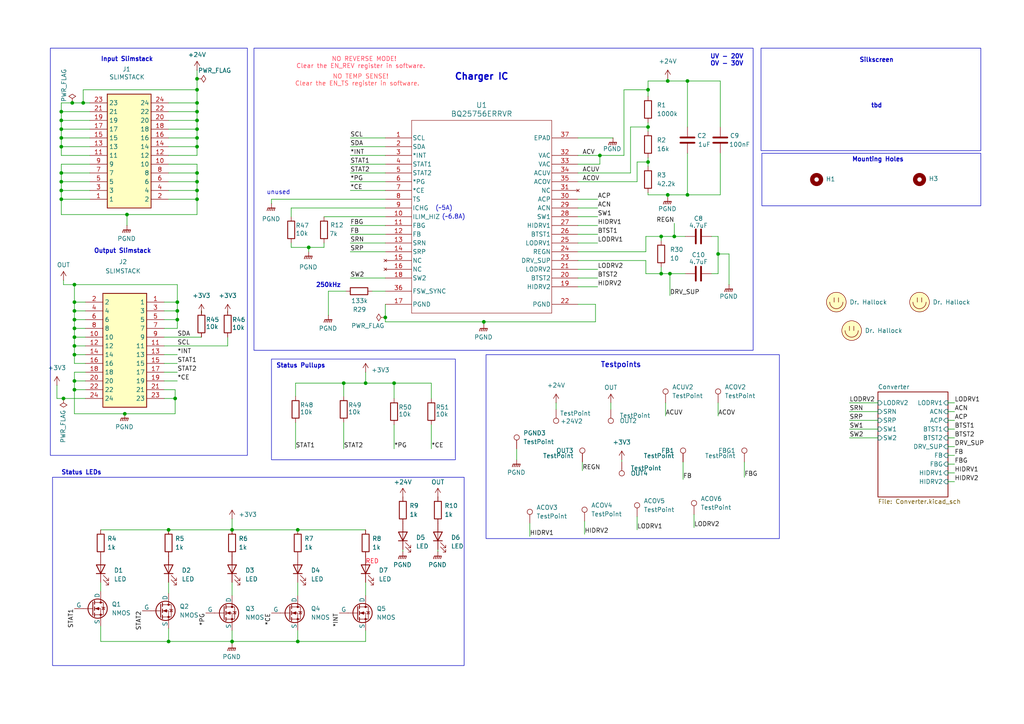
<source format=kicad_sch>
(kicad_sch (version 20250114) (generator "eeschema") (generator_version "9.0")
  (paper "A4")
  (title_block (title "Supp Charger"))
  (rectangle (start 78.74 104.14) (end 132.08 133.35))
  (rectangle (start 220.726 13.97) (end 284.48 43.688))
  (rectangle (start 14.605 13.97) (end 71.755 132.08))
  (rectangle (start 220.98 44.45) (end 284.48 59.69))
  (rectangle (start 73.66 13.97) (end 218.44 101.6))
  (rectangle (start 15.24 138.43) (end 134.62 193.04))
  (rectangle (start 140.97 102.87) (end 226.06 156.21))
  (text "Testpoints" (at 180.086 105.918 0) (effects (font (size 1.524 1.524) (thickness 0.254) (bold yes))))
  (text "(~6.8A)" (at 131.572 62.992 0) (effects (font (size 1.27 1.27))))
  (text "250kHz" (at 95.25 82.804 0) (effects (font (size 1.27 1.27) (thickness 0.254) (bold yes))))
  (text "Mounting Holes" (at 254.635 46.355 0) (effects (font (size 1.27 1.27) (thickness 0.254) (bold yes))))
  (text "RED" (at 107.95 162.941 0) (effects (font (size 1.27 1.27))))
  (text "Status LEDs" (at 23.622 137.16 0) (effects (font (size 1.27 1.27) (thickness 0.254) (bold yes))))
  (text "Status Pullups\n" (at 87.249 106.172 0) (effects (font (size 1.27 1.27) (thickness 0.254) (bold yes))))
  (text "Charger IC" (at 139.7 22.352 0) (effects (font (size 1.905 1.905) (thickness 0.381) (bold yes))))
  (text "unused" (at 80.772 55.88 0) (effects (font (size 1.27 1.27))))
  (text "tbd" (at 254.254 30.734 0) (effects (font (size 1.27 1.27) (thickness 0.254) (bold yes))))
  (text "UV - 20V\nOV - 30V\n" (at 210.82 17.526 0) (effects (font (size 1.27 1.27) (thickness 0.254) (bold yes))))
  (text "Output Slimstack" (at 35.56 72.898 0) (effects (font (size 1.27 1.27) (thickness 0.254) (bold yes))))
  (text "  NO REVERSE MODE!\nClear the EN_REV register in software." (at 104.648 18.288 0) (effects (font (size 1.27 1.27) (thickness 0.1588))))
  (text "Input Slimstack\n" (at 36.83 17.272 0) (effects (font (size 1.27 1.27) (thickness 0.254) (bold yes))))
  (text "(~5A)" (at 128.778 60.452 0) (effects (font (size 1.27 1.27))))
  (text "Silkscreen\n" (at 254.254 17.526 0) (effects (font (size 1.27 1.27) (thickness 0.254) (bold yes))))
  (text "  NO TEMP SENSE!\nClear the EN_TS register in software." (at 103.632 23.368 0) (effects (font (size 1.27 1.27) (thickness 0.1588))))
  (junction (at 17.78 50.165))
  (junction (at 57.15 40.005))
  (junction (at 199.39 56.515))
  (junction (at 18.415 115.57))
  (junction (at 57.15 29.845))
  (junction (at 17.78 34.925))
  (junction (at 140.335 93.345))
  (junction (at 111.76 92.075))
  (junction (at 114.3 111.125))
  (junction (at 195.58 68.58))
  (junction (at 17.78 52.705))
  (junction (at 51.435 90.17))
  (junction (at 57.15 22.86))
  (junction (at 57.15 32.385))
  (junction (at 17.78 55.245))
  (junction (at 89.535 71.755))
  (junction (at 187.96 26.035))
  (junction (at 187.96 46.99))
  (junction (at 50.8 115.57))
  (junction (at 21.59 97.79))
  (junction (at 173.99 45.085))
  (junction (at 57.15 37.465))
  (junction (at 21.59 87.63))
  (junction (at 57.15 26.035))
  (junction (at 17.78 42.545))
  (junction (at 191.77 79.375))
  (junction (at 57.15 52.705))
  (junction (at 187.96 36.83))
  (junction (at 21.59 102.87))
  (junction (at 48.895 186.055))
  (junction (at 24.13 29.845))
  (junction (at 57.15 55.245))
  (junction (at 199.39 23.495))
  (junction (at 193.675 56.515))
  (junction (at 194.31 79.375))
  (junction (at 21.59 82.55))
  (junction (at 17.78 57.785))
  (junction (at 193.675 23.495))
  (junction (at 36.83 62.23))
  (junction (at 86.36 186.055))
  (junction (at 36.195 120.015))
  (junction (at 17.78 40.005))
  (junction (at 17.78 37.465))
  (junction (at 21.59 100.33))
  (junction (at 51.435 87.63))
  (junction (at 21.59 90.17))
  (junction (at 21.59 110.49))
  (junction (at 17.78 32.385))
  (junction (at 57.15 57.785))
  (junction (at 20.955 29.845))
  (junction (at 57.15 34.925))
  (junction (at 86.36 153.67))
  (junction (at 99.695 111.125))
  (junction (at 57.15 50.165))
  (junction (at 67.31 186.055))
  (junction (at 48.895 153.67))
  (junction (at 191.77 68.58))
  (junction (at 106.045 111.125))
  (junction (at 21.59 113.03))
  (junction (at 51.435 92.71))
  (junction (at 21.59 95.25))
  (junction (at 57.15 42.545))
  (junction (at 208.28 73.66))
  (junction (at 21.59 92.71))
  (junction (at 67.31 153.67))
  (wire (pts (xy 21.59 90.17) (xy 21.59 87.63)))
  (wire (pts (xy 18.415 82.55) (xy 21.59 82.55)))
  (wire (pts (xy 208.915 23.495) (xy 199.39 23.495)))
  (wire (pts (xy 274.955 116.84) (xy 276.86 116.84)))
  (wire (pts (xy 85.725 114.935) (xy 85.725 111.125)))
  (wire (pts (xy 167.64 52.705) (xy 184.785 52.705)))
  (wire (pts (xy 184.785 149.86) (xy 184.785 153.67)))
  (wire (pts (xy 57.15 29.845) (xy 57.15 32.385)))
  (wire (pts (xy 167.64 67.945) (xy 173.355 67.945)))
  (wire (pts (xy 101.6 70.485) (xy 111.76 70.485)))
  (wire (pts (xy 51.435 92.71) (xy 51.435 95.25)))
  (wire (pts (xy 57.15 52.705) (xy 57.15 55.245)))
  (wire (pts (xy 114.3 123.19) (xy 114.3 130.175)))
  (wire (pts (xy 24.13 29.845) (xy 24.13 26.035)))
  (wire (pts (xy 21.59 110.49) (xy 21.59 113.03)))
  (wire (pts (xy 167.64 73.025) (xy 187.325 73.025)))
  (wire (pts (xy 57.15 62.23) (xy 57.15 57.785)))
  (wire (pts (xy 57.15 47.625) (xy 57.15 50.165)))
  (wire (pts (xy 66.04 90.805) (xy 66.04 90.17)))
  (wire (pts (xy 66.04 97.79) (xy 66.04 100.33)))
  (wire (pts (xy 191.77 79.375) (xy 194.31 79.375)))
  (wire (pts (xy 211.455 82.55) (xy 211.455 73.66)))
  (wire (pts (xy 26.035 34.925) (xy 17.78 34.925)))
  (wire (pts (xy 86.36 153.67) (xy 106.045 153.67)))
  (wire (pts (xy 167.64 75.565) (xy 187.325 75.565)))
  (wire (pts (xy 24.13 26.035) (xy 57.15 26.035)))
  (wire (pts (xy 187.325 68.58) (xy 191.77 68.58)))
  (wire (pts (xy 86.36 168.91) (xy 86.36 172.72)))
  (wire (pts (xy 21.59 95.25) (xy 21.59 97.79)))
  (wire (pts (xy 274.955 119.38) (xy 276.86 119.38)))
  (wire (pts (xy 17.78 52.705) (xy 17.78 50.165)))
  (wire (pts (xy 36.83 62.23) (xy 57.15 62.23)))
  (wire (pts (xy 187.96 23.495) (xy 193.675 23.495)))
  (wire (pts (xy 21.59 90.17) (xy 24.765 90.17)))
  (wire (pts (xy 99.695 111.125) (xy 99.695 114.935)))
  (wire (pts (xy 67.31 182.88) (xy 67.31 186.055)))
  (wire (pts (xy 114.3 111.125) (xy 114.3 115.57)))
  (wire (pts (xy 184.785 52.705) (xy 184.785 46.99)))
  (wire (pts (xy 215.9 133.985) (xy 215.9 138.43)))
  (wire (pts (xy 36.83 65.405) (xy 36.83 62.23)))
  (wire (pts (xy 149.86 130.175) (xy 149.86 133.35)))
  (wire (pts (xy 21.59 97.79) (xy 24.765 97.79)))
  (wire (pts (xy 206.375 68.58) (xy 208.28 68.58)))
  (wire (pts (xy 187.96 26.035) (xy 187.96 23.495)))
  (wire (pts (xy 101.6 47.625) (xy 111.76 47.625)))
  (wire (pts (xy 111.76 88.265) (xy 111.76 92.075)))
  (wire (pts (xy 274.955 134.62) (xy 276.86 134.62)))
  (wire (pts (xy 16.51 111.76) (xy 16.51 115.57)))
  (wire (pts (xy 84.455 71.755) (xy 89.535 71.755)))
  (wire (pts (xy 29.21 153.67) (xy 48.895 153.67)))
  (wire (pts (xy 246.38 121.92) (xy 254.635 121.92)))
  (wire (pts (xy 26.035 50.165) (xy 17.78 50.165)))
  (wire (pts (xy 195.58 68.58) (xy 191.77 68.58)))
  (wire (pts (xy 274.955 139.7) (xy 276.86 139.7)))
  (wire (pts (xy 101.6 65.405) (xy 111.76 65.405)))
  (wire (pts (xy 57.15 22.86) (xy 57.15 26.035)))
  (wire (pts (xy 84.455 70.485) (xy 84.455 71.755)))
  (wire (pts (xy 21.59 100.33) (xy 24.765 100.33)))
  (wire (pts (xy 20.955 29.845) (xy 24.13 29.845)))
  (wire (pts (xy 274.955 137.16) (xy 276.86 137.16)))
  (wire (pts (xy 169.545 151.13) (xy 169.545 154.94)))
  (wire (pts (xy 211.455 73.66) (xy 208.28 73.66)))
  (wire (pts (xy 101.6 42.545) (xy 111.76 42.545)))
  (wire (pts (xy 93.98 62.865) (xy 111.76 62.865)))
  (wire (pts (xy 85.725 111.125) (xy 99.695 111.125)))
  (wire (pts (xy 36.195 120.015) (xy 50.8 120.015)))
  (wire (pts (xy 26.035 32.385) (xy 17.78 32.385)))
  (wire (pts (xy 29.21 186.055) (xy 48.895 186.055)))
  (wire (pts (xy 201.295 149.225) (xy 201.295 153.035)))
  (wire (pts (xy 21.59 92.71) (xy 21.59 95.25)))
  (wire (pts (xy 172.72 88.265) (xy 172.72 93.345)))
  (wire (pts (xy 17.78 37.465) (xy 17.78 34.925)))
  (wire (pts (xy 47.625 90.17) (xy 51.435 90.17)))
  (wire (pts (xy 106.045 111.125) (xy 114.3 111.125)))
  (wire (pts (xy 47.625 87.63) (xy 51.435 87.63)))
  (wire (pts (xy 47.625 100.33) (xy 66.04 100.33)))
  (wire (pts (xy 47.625 107.95) (xy 51.435 107.95)))
  (wire (pts (xy 89.535 71.755) (xy 89.535 73.025)))
  (wire (pts (xy 95.25 84.455) (xy 95.25 91.44)))
  (wire (pts (xy 48.895 37.465) (xy 57.15 37.465)))
  (wire (pts (xy 57.15 40.005) (xy 57.15 42.545)))
  (wire (pts (xy 48.895 40.005) (xy 57.15 40.005)))
  (wire (pts (xy 67.31 168.91) (xy 67.31 172.72)))
  (wire (pts (xy 187.96 46.99) (xy 187.96 48.26)))
  (wire (pts (xy 86.36 186.055) (xy 106.045 186.055)))
  (wire (pts (xy 199.39 23.495) (xy 199.39 36.83)))
  (wire (pts (xy 21.59 107.95) (xy 21.59 110.49)))
  (wire (pts (xy 182.88 50.165) (xy 182.88 36.83)))
  (wire (pts (xy 48.895 42.545) (xy 57.15 42.545)))
  (wire (pts (xy 167.64 57.785) (xy 173.355 57.785)))
  (wire (pts (xy 161.29 118.745) (xy 161.29 116.84)))
  (wire (pts (xy 187.325 75.565) (xy 187.325 79.375)))
  (wire (pts (xy 193.04 116.84) (xy 193.04 120.65)))
  (wire (pts (xy 51.435 95.25) (xy 47.625 95.25)))
  (wire (pts (xy 180.975 26.035) (xy 187.96 26.035)))
  (wire (pts (xy 177.165 118.745) (xy 177.165 116.84)))
  (wire (pts (xy 47.625 97.79) (xy 58.42 97.79)))
  (wire (pts (xy 246.38 124.46) (xy 254.635 124.46)))
  (wire (pts (xy 17.78 29.845) (xy 20.955 29.845)))
  (wire (pts (xy 173.99 47.625) (xy 173.99 45.085)))
  (wire (pts (xy 84.455 60.325) (xy 84.455 62.865)))
  (wire (pts (xy 168.91 133.985) (xy 168.91 136.525)))
  (wire (pts (xy 167.64 88.265) (xy 172.72 88.265)))
  (wire (pts (xy 21.59 90.17) (xy 21.59 92.71)))
  (wire (pts (xy 47.625 110.49) (xy 51.435 110.49)))
  (wire (pts (xy 173.99 45.085) (xy 180.975 45.085)))
  (wire (pts (xy 57.15 50.165) (xy 57.15 52.705)))
  (wire (pts (xy 26.035 45.085) (xy 17.78 45.085)))
  (wire (pts (xy 167.64 78.105) (xy 173.355 78.105)))
  (wire (pts (xy 78.74 57.785) (xy 78.74 59.055)))
  (wire (pts (xy 193.675 56.515) (xy 193.675 57.15)))
  (wire (pts (xy 172.72 93.345) (xy 140.335 93.345)))
  (wire (pts (xy 125.095 115.57) (xy 125.095 111.125)))
  (wire (pts (xy 17.78 34.925) (xy 17.78 32.385)))
  (wire (pts (xy 17.78 40.005) (xy 17.78 37.465)))
  (wire (pts (xy 85.725 122.555) (xy 85.725 130.175)))
  (wire (pts (xy 21.59 110.49) (xy 24.765 110.49)))
  (wire (pts (xy 187.96 27.94) (xy 187.96 26.035)))
  (wire (pts (xy 84.455 60.325) (xy 111.76 60.325)))
  (wire (pts (xy 167.64 83.185) (xy 173.355 83.185)))
  (wire (pts (xy 67.31 186.055) (xy 86.36 186.055)))
  (wire (pts (xy 167.64 65.405) (xy 173.355 65.405)))
  (wire (pts (xy 50.8 120.015) (xy 50.8 115.57)))
  (wire (pts (xy 48.895 186.055) (xy 67.31 186.055)))
  (wire (pts (xy 194.31 79.375) (xy 194.31 85.725)))
  (wire (pts (xy 24.765 92.71) (xy 21.59 92.71)))
  (wire (pts (xy 57.15 20.32) (xy 57.15 22.86)))
  (wire (pts (xy 93.98 70.485) (xy 93.98 71.755)))
  (wire (pts (xy 199.39 56.515) (xy 208.915 56.515)))
  (wire (pts (xy 48.895 45.085) (xy 57.15 45.085)))
  (wire (pts (xy 78.74 57.785) (xy 111.76 57.785)))
  (wire (pts (xy 167.64 50.165) (xy 182.88 50.165)))
  (wire (pts (xy 193.675 56.515) (xy 199.39 56.515)))
  (wire (pts (xy 208.28 68.58) (xy 208.28 73.66)))
  (wire (pts (xy 274.955 121.92) (xy 276.86 121.92)))
  (wire (pts (xy 48.895 34.925) (xy 57.15 34.925)))
  (wire (pts (xy 208.28 116.84) (xy 208.28 120.65)))
  (wire (pts (xy 182.88 36.83) (xy 187.96 36.83)))
  (wire (pts (xy 195.58 68.58) (xy 195.58 64.77)))
  (wire (pts (xy 17.78 45.085) (xy 17.78 42.545)))
  (wire (pts (xy 101.6 40.005) (xy 111.76 40.005)))
  (wire (pts (xy 187.96 56.515) (xy 193.675 56.515)))
  (wire (pts (xy 198.755 68.58) (xy 195.58 68.58)))
  (wire (pts (xy 26.035 55.245) (xy 17.78 55.245)))
  (wire (pts (xy 106.045 168.91) (xy 106.045 172.72)))
  (wire (pts (xy 167.64 60.325) (xy 173.355 60.325)))
  (wire (pts (xy 193.675 23.495) (xy 199.39 23.495)))
  (wire (pts (xy 21.59 82.55) (xy 51.435 82.55)))
  (wire (pts (xy 26.035 47.625) (xy 17.78 47.625)))
  (wire (pts (xy 67.31 153.67) (xy 86.36 153.67)))
  (wire (pts (xy 208.915 36.83) (xy 208.915 23.495)))
  (wire (pts (xy 99.695 111.125) (xy 106.045 111.125)))
  (wire (pts (xy 167.64 40.005) (xy 177.8 40.005)))
  (wire (pts (xy 21.59 87.63) (xy 21.59 82.55)))
  (wire (pts (xy 48.895 50.165) (xy 57.15 50.165)))
  (wire (pts (xy 167.64 47.625) (xy 173.99 47.625)))
  (wire (pts (xy 191.77 68.58) (xy 191.77 69.85)))
  (wire (pts (xy 107.95 84.455) (xy 111.76 84.455)))
  (wire (pts (xy 198.12 133.985) (xy 198.12 139.065)))
  (wire (pts (xy 57.15 32.385) (xy 57.15 34.925)))
  (wire (pts (xy 51.435 87.63) (xy 51.435 90.17)))
  (wire (pts (xy 106.045 182.88) (xy 106.045 186.055)))
  (wire (pts (xy 167.64 80.645) (xy 173.355 80.645)))
  (wire (pts (xy 21.59 95.25) (xy 24.765 95.25)))
  (wire (pts (xy 26.035 40.005) (xy 17.78 40.005)))
  (wire (pts (xy 21.59 120.015) (xy 36.195 120.015)))
  (wire (pts (xy 153.67 151.765) (xy 153.67 155.575)))
  (wire (pts (xy 193.675 22.86) (xy 193.675 23.495)))
  (wire (pts (xy 274.955 124.46) (xy 276.86 124.46)))
  (wire (pts (xy 274.955 129.54) (xy 276.86 129.54)))
  (wire (pts (xy 21.59 113.03) (xy 21.59 120.015)))
  (wire (pts (xy 21.59 113.03) (xy 24.765 113.03)))
  (wire (pts (xy 180.34 133.35) (xy 180.34 133.985)))
  (wire (pts (xy 18.415 115.57) (xy 16.51 115.57)))
  (wire (pts (xy 18.415 81.28) (xy 18.415 82.55)))
  (wire (pts (xy 17.78 32.385) (xy 17.78 29.845)))
  (wire (pts (xy 101.6 55.245) (xy 111.76 55.245)))
  (wire (pts (xy 173.355 70.485) (xy 167.64 70.485)))
  (wire (pts (xy 101.6 80.645) (xy 111.76 80.645)))
  (wire (pts (xy 50.8 113.03) (xy 47.625 113.03)))
  (wire (pts (xy 17.78 50.165) (xy 17.78 47.625)))
  (wire (pts (xy 187.325 79.375) (xy 191.77 79.375)))
  (wire (pts (xy 29.21 168.91) (xy 29.21 171.45)))
  (wire (pts (xy 106.045 107.95) (xy 106.045 111.125)))
  (wire (pts (xy 17.78 62.23) (xy 36.83 62.23)))
  (wire (pts (xy 57.15 34.925) (xy 57.15 37.465)))
  (wire (pts (xy 93.98 71.755) (xy 89.535 71.755)))
  (wire (pts (xy 116.84 160.02) (xy 116.84 159.385)))
  (wire (pts (xy 17.78 42.545) (xy 17.78 40.005)))
  (wire (pts (xy 24.13 29.845) (xy 26.035 29.845)))
  (wire (pts (xy 26.035 37.465) (xy 17.78 37.465)))
  (wire (pts (xy 184.785 46.99) (xy 187.96 46.99)))
  (wire (pts (xy 274.955 127) (xy 276.86 127)))
  (wire (pts (xy 47.625 105.41) (xy 51.435 105.41)))
  (wire (pts (xy 167.64 45.085) (xy 173.99 45.085)))
  (wire (pts (xy 21.59 87.63) (xy 24.765 87.63)))
  (wire (pts (xy 125.095 123.19) (xy 125.095 130.175)))
  (wire (pts (xy 48.895 168.91) (xy 48.895 172.085)))
  (wire (pts (xy 48.895 182.245) (xy 48.895 186.055)))
  (wire (pts (xy 86.36 182.88) (xy 86.36 186.055)))
  (wire (pts (xy 101.6 45.085) (xy 111.76 45.085)))
  (wire (pts (xy 208.28 73.66) (xy 208.28 79.375)))
  (wire (pts (xy 246.38 116.84) (xy 254.635 116.84)))
  (wire (pts (xy 167.64 62.865) (xy 173.355 62.865)))
  (wire (pts (xy 48.895 52.705) (xy 57.15 52.705)))
  (wire (pts (xy 101.6 67.945) (xy 111.76 67.945)))
  (wire (pts (xy 17.78 57.785) (xy 26.035 57.785)))
  (wire (pts (xy 191.77 77.47) (xy 191.77 79.375)))
  (wire (pts (xy 47.625 102.87) (xy 51.435 102.87)))
  (wire (pts (xy 26.035 42.545) (xy 17.78 42.545)))
  (wire (pts (xy 246.38 127) (xy 254.635 127)))
  (wire (pts (xy 101.6 52.705) (xy 111.76 52.705)))
  (wire (pts (xy 187.96 55.88) (xy 187.96 56.515)))
  (wire (pts (xy 101.6 73.025) (xy 111.76 73.025)))
  (wire (pts (xy 21.59 97.79) (xy 21.59 100.33)))
  (wire (pts (xy 24.765 107.95) (xy 21.59 107.95)))
  (wire (pts (xy 48.895 153.67) (xy 67.31 153.67)))
  (wire (pts (xy 187.96 35.56) (xy 187.96 36.83)))
  (wire (pts (xy 17.78 57.785) (xy 17.78 62.23)))
  (wire (pts (xy 17.78 57.785) (xy 17.78 55.245)))
  (wire (pts (xy 57.15 42.545) (xy 57.15 45.085)))
  (wire (pts (xy 50.8 115.57) (xy 50.8 113.03)))
  (wire (pts (xy 99.695 122.555) (xy 99.695 130.175)))
  (wire (pts (xy 127 160.02) (xy 127 159.385)))
  (wire (pts (xy 51.435 82.55) (xy 51.435 87.63)))
  (wire (pts (xy 21.59 100.33) (xy 21.59 102.87)))
  (wire (pts (xy 24.765 115.57) (xy 18.415 115.57)))
  (wire (pts (xy 21.59 102.87) (xy 21.59 105.41)))
  (wire (pts (xy 187.325 73.025) (xy 187.325 68.58)))
  (wire (pts (xy 21.59 102.87) (xy 24.765 102.87)))
  (wire (pts (xy 67.31 150.495) (xy 67.31 153.67)))
  (wire (pts (xy 125.095 111.125) (xy 114.3 111.125)))
  (wire (pts (xy 47.625 92.71) (xy 51.435 92.71)))
  (wire (pts (xy 101.6 50.165) (xy 111.76 50.165)))
  (wire (pts (xy 111.76 93.345) (xy 111.76 92.075)))
  (wire (pts (xy 208.28 79.375) (xy 206.375 79.375)))
  (wire (pts (xy 58.42 90.805) (xy 58.42 90.17)))
  (wire (pts (xy 140.335 93.345) (xy 140.335 93.98)))
  (wire (pts (xy 51.435 90.17) (xy 51.435 92.71)))
  (wire (pts (xy 140.335 93.345) (xy 111.76 93.345)))
  (wire (pts (xy 57.15 55.245) (xy 57.15 57.785)))
  (wire (pts (xy 48.895 32.385) (xy 57.15 32.385)))
  (wire (pts (xy 100.33 84.455) (xy 95.25 84.455)))
  (wire (pts (xy 47.625 115.57) (xy 50.8 115.57)))
  (wire (pts (xy 57.15 37.465) (xy 57.15 40.005)))
  (wire (pts (xy 187.96 36.83) (xy 187.96 38.1)))
  (wire (pts (xy 48.895 57.785) (xy 57.15 57.785)))
  (wire (pts (xy 26.035 52.705) (xy 17.78 52.705)))
  (wire (pts (xy 24.765 105.41) (xy 21.59 105.41)))
  (wire (pts (xy 274.955 132.08) (xy 276.86 132.08)))
  (wire (pts (xy 48.895 29.845) (xy 57.15 29.845)))
  (wire (pts (xy 48.895 47.625) (xy 57.15 47.625)))
  (wire (pts (xy 57.15 26.035) (xy 57.15 29.845)))
  (wire (pts (xy 29.21 181.61) (xy 29.21 186.055)))
  (wire (pts (xy 180.975 45.085) (xy 180.975 26.035)))
  (wire (pts (xy 246.38 119.38) (xy 254.635 119.38)))
  (wire (pts (xy 67.31 186.69) (xy 67.31 186.055)))
  (wire (pts (xy 17.78 55.245) (xy 17.78 52.705)))
  (wire (pts (xy 187.96 45.72) (xy 187.96 46.99)))
  (wire (pts (xy 194.31 79.375) (xy 198.755 79.375)))
  (wire (pts (xy 208.915 56.515) (xy 208.915 44.45)))
  (wire (pts (xy 199.39 44.45) (xy 199.39 56.515)))
  (wire (pts (xy 48.895 55.245) (xy 57.15 55.245)))
  (label "LODRV2" (at 201.295 153.035 0))
  (label "LODRV2" (at 246.38 116.84 0))
  (label "BTST1" (at 276.86 124.46 0))
  (label "BTST2" (at 276.86 127 0))
  (label "*PG" (at 101.6 52.705 0))
  (label "STAT2" (at 101.6 50.165 0))
  (label "*CE" (at 125.095 130.175 0))
  (label "SRP" (at 101.6 73.025 0))
  (label "FB" (at 198.12 139.065 0))
  (label "HIDRV2" (at 276.86 139.7 0))
  (label "SW1" (at 246.38 124.46 0))
  (label "*INT" (at 101.6 45.085 0))
  (label "ACOV" (at 208.28 120.65 0))
  (label "SDA" (at 101.6 42.545 0))
  (label "ACP" (at 173.355 57.785 0))
  (label "*CE" (at 51.435 110.49 0))
  (label "FB" (at 101.6 67.945 0))
  (label "ACN" (at 173.355 60.325 0))
  (label "STAT1" (at 85.725 130.175 0))
  (label "REGN" (at 195.58 64.77 180))
  (label "FBG" (at 215.9 138.43 0))
  (label "STAT1" (at 51.435 105.41 0))
  (label "LODRV1" (at 173.355 70.485 0))
  (label "HIDRV2" (at 173.355 83.185 0))
  (label "*INT" (at 51.435 102.87 0))
  (label "SW2" (at 101.6 80.645 0))
  (label "HIDRV2" (at 169.545 154.94 0))
  (label "BTST1" (at 173.355 67.945 0))
  (label "HIDRV1" (at 173.355 65.405 0))
  (label "SW1" (at 173.355 62.865 0))
  (label "BTST2" (at 173.355 80.645 0))
  (label "LODRV1" (at 276.86 116.84 0))
  (label "FB" (at 276.86 132.08 0))
  (label "FBG" (at 101.6 65.405 0))
  (label "SCL" (at 101.6 40.005 0))
  (label "STAT2" (at 51.435 107.95 0))
  (label "SRN" (at 101.6 70.485 0))
  (label "FBG" (at 276.86 134.62 0))
  (label "*CE" (at 101.6 55.245 0))
  (label "*PG" (at 114.3 130.175 0))
  (label "ACUV" (at 168.91 50.165 0))
  (label "ACOV" (at 168.91 52.705 0))
  (label "*PG" (at 59.69 177.8 270))
  (label "HIDRV1" (at 276.86 137.16 0))
  (label "STAT2" (at 99.695 130.175 0))
  (label "ACV" (at 168.91 45.085 0))
  (label "LODRV2" (at 173.355 78.105 0))
  (label "LODRV1" (at 184.785 153.67 0))
  (label "ACP" (at 276.86 121.92 0))
  (label "HIDRV1" (at 153.67 155.575 0))
  (label "SCL" (at 51.435 100.33 0))
  (label "STAT1" (at 101.6 47.625 0))
  (label "SRP" (at 246.38 121.92 0))
  (label "SW2" (at 246.38 127 0))
  (label "ACN" (at 276.86 119.38 0))
  (label "*INT" (at 98.425 177.8 270))
  (label "DRV_SUP" (at 276.86 129.54 0))
  (label "STAT2" (at 41.275 177.165 270))
  (label "SRN" (at 246.38 119.38 0))
  (label "DRV_SUP" (at 194.31 85.725 0))
  (label "ACUV" (at 193.04 120.65 0))
  (label "STAT1" (at 21.59 176.53 270))
  (label "SDA" (at 51.435 97.79 0))
  (label "REGN" (at 168.91 136.525 0))
  (label "*CE" (at 78.74 177.8 270))
  (symbol (lib_id "Device:R") (at 66.04 93.98 0) (unit 1)
    (property "Reference" "R46" (at 67.31 92.71 0) (effects (justify left)))
    (property "Value" "10k" (at 67.31 94.996 0) (effects (justify left)))
    (property "Footprint" "Resistor_SMD:R_0603_1608Metric_Pad0.98x0.95mm_HandSolder" (effects (hide yes)))
    (property "Description" "Resistor" (effects (hide yes)))
    (property "P/N" "CRCW06034K70FKEA" (effects (hide yes)))
  )
  (symbol (lib_id "Simulation_SPICE:NMOS") (at 103.505 177.8 0) (unit 1)
    (property "Reference" "Q5" (at 109.22 176.5299 0) (effects (justify left)))
    (property "Value" "NMOS" (at 109.22 179.0699 0) (effects (justify left)))
    (property "Footprint" "Components:SOT95P237X112-3N" (effects (hide yes)))
    (property "Datasheet" "https://ngspice.sourceforge.io/docs/ngspice-html-manual/manual.xhtml#cha_MOSFETs" (effects (hide yes)))
    (property "Description" "N-MOSFET transistor, drain/source/gate" (effects (hide yes)))
    (property "Sim.Device" "NMOS" (effects (hide yes)))
    (property "Sim.Type" "VDMOS" (effects (hide yes)))
    (property "Sim.Pins" "1=D 2=G 3=S" (effects (hide yes)))
    (property "P/N" "IRLML0030TRPBF" (effects (hide yes)))
  )
  (symbol (lib_id "power:+3V3") (at 180.34 133.35 0) (unit 1)
    (property "Reference" "#PWR015" (effects (hide yes)))
    (property "Value" "+3V3" (at 180.34 128.27 0))
    (property "Description" "Power symbol creates a global label with name \"+3V3\"" (effects (hide yes)))
  )
  (symbol (lib_id "Device:C") (at 208.915 40.64 0) (unit 1)
    (property "Reference" "C9" (at 211.709 39.37 0) (effects (justify left)))
    (property "Value" "100nF" (at 211.455 41.91 0) (effects (justify left)))
    (property "Footprint" "Capacitor_SMD:C_0603_1608Metric_Pad1.08x0.95mm_HandSolder" (effects (hide yes)))
    (property "Description" "Unpolarized capacitor" (effects (hide yes)))
    (property "P/N" "MLASH168SB7104KTNA01" (effects (hide yes)))
  )
  (symbol (lib_id "Simulation_SPICE:NMOS") (at 64.77 177.8 0) (unit 1)
    (property "Reference" "Q3" (at 71.12 176.5299 0) (effects (justify left)))
    (property "Value" "NMOS" (at 71.12 179.0699 0) (effects (justify left)))
    (property "Footprint" "Components:SOT95P237X112-3N" (effects (hide yes)))
    (property "Datasheet" "https://ngspice.sourceforge.io/docs/ngspice-html-manual/manual.xhtml#cha_MOSFETs" (effects (hide yes)))
    (property "Description" "N-MOSFET transistor, drain/source/gate" (effects (hide yes)))
    (property "Sim.Device" "NMOS" (effects (hide yes)))
    (property "Sim.Type" "VDMOS" (effects (hide yes)))
    (property "Sim.Pins" "1=D 2=G 3=S" (effects (hide yes)))
    (property "P/N" "IRLML0030TRPBF" (effects (hide yes)))
  )
  (symbol (lib_id "Device:C") (at 199.39 40.64 0) (unit 1)
    (property "Reference" "C2" (at 202.184 39.37 0) (effects (justify left)))
    (property "Value" "1uF" (at 202.438 41.91 0) (effects (justify left)))
    (property "Footprint" "Capacitor_SMD:C_0603_1608Metric_Pad1.08x0.95mm_HandSolder" (effects (hide yes)))
    (property "Description" "Unpolarized capacitor" (effects (hide yes)))
    (property "P/N" "MLASU168SB5105KTNA01" (effects (hide yes)))
  )
  (symbol (lib_id "Device:R") (at 67.31 157.48 0) (unit 1)
    (property "Reference" "R6" (at 69.215 156.2099 0) (effects (justify left)))
    (property "Value" "1k" (at 69.215 158.7499 0) (effects (justify left)))
    (property "Footprint" "Resistor_SMD:R_0603_1608Metric_Pad0.98x0.95mm_HandSolder" (effects (hide yes)))
    (property "Datasheet" "https://www.vishay.com/docs/20035/dcrcwe3.pdf" (effects (hide yes)))
    (property "Description" "Resistor" (effects (hide yes)))
    (property "P/N" "CRCW06031K00FKEI" (effects (hide yes)))
  )
  (symbol (lib_id "power:GNDPWR") (at 177.8 40.005 0) (unit 1)
    (property "Reference" "#PWR09" (effects (hide yes)))
    (property "Value" "PGND" (at 177.546 43.18 0))
    (property "Description" "Power symbol creates a global label with name \"GNDPWR\" , global ground" (effects (hide yes)))
  )
  (symbol (lib_id "Mechanical:MountingHole") (at 236.855 52.07 0) (unit 1) (in_bom no)
    (property "Reference" "H1" (at 239.522 51.943 0) (effects (justify left)))
    (property "Value" "MountingHole" (effects (hide yes)))
    (property "Footprint" "MountingHole:MountingHole_3.2mm_M3_Pad_TopBottom" (effects (hide yes)))
    (property "Description" "Mounting Hole without connection" (effects (hide yes)))
  )
  (symbol (lib_id "power:+3V3") (at 67.31 150.495 0) (unit 1)
    (property "Reference" "#PWR016" (effects (hide yes)))
    (property "Value" "+3V3" (at 69.215 149.2249 0) (effects (justify left)))
    (property "Description" "Power symbol creates a global label with name \"+3V3\"" (effects (hide yes)))
  )
  (symbol (lib_id "utsvt_connectors:52465-2470") (at 26.035 29.845 0) (unit 1)
    (property "Reference" "J1" (at 36.703 20.066 0))
    (property "Value" "SLIMSTACK" (at 36.83 22.352 0))
    (property "Footprint" "UTSVT_Connectors:524652470" (effects (hide yes)))
    (property "Datasheet" "https://www.molex.com/pdm_docs/sd/524652470_sd.pdf" (effects (hide yes)))
    (property "Description" "24 pin board-board connector" (effects (hide yes)))
    (property "Height" "3.55" (effects (hide yes)))
    (property "Mouser Part Number" "538-52465-2470" (effects (hide yes)))
    (property "Mouser Price/Stock" "https://www.mouser.co.uk/ProductDetail/Molex/52465-2470?qs=sEN%2FkO1EG6Yhu4DkZwbE7Q%3D%3D" (effects (hide yes)))
    (property "Manufacturer_Name" "Molex" (effects (hide yes)))
    (property "P/N" "52465-2470" (effects (hide yes)))
  )
  (symbol (lib_id "Connector:TestPoint") (at 201.295 149.225 0) (unit 1) (in_bom no)
    (property "Reference" "ACOV6" (at 203.2 144.6529 0) (effects (justify left)))
    (property "Value" "TestPoint" (at 203.2 147.1929 0) (effects (justify left)))
    (property "Footprint" "TestPoint:TestPoint_Pad_1.0x1.0mm" (effects (hide yes)))
    (property "Description" "test point" (effects (hide yes)))
  )
  (symbol (lib_id "power:GNDPWR") (at 36.195 120.015 0) (unit 1)
    (property "Reference" "#PWR010" (effects (hide yes)))
    (property "Value" "PGND" (at 36.068 123.825 0))
    (property "Description" "Power symbol creates a global label with name \"GNDPWR\" , global ground" (effects (hide yes)))
  )
  (symbol (lib_id "Device:LED") (at 127 155.575 90) (unit 1)
    (property "Reference" "D6" (at 130.81 155.8924 90) (effects (justify right)))
    (property "Value" "LED" (at 130.81 158.4324 90) (effects (justify right)))
    (property "Footprint" "Diode_SMD:D_0603_1608Metric" (effects (hide yes)))
    (property "Description" "Light emitting diode" (effects (hide yes)))
    (property "Sim.Pins" "1=K 2=A" (effects (hide yes)))
    (property "P/N" "LTST-C193TBKT-5A" (effects (hide yes)))
  )
  (symbol (lib_id "Device:R") (at 93.98 66.675 0) (unit 1)
    (property "Reference" "R12" (at 95.758 65.278 0) (effects (justify left)))
    (property "Value" "7k" (at 95.504 67.818 0) (effects (justify left)))
    (property "Footprint" "Resistor_SMD:R_0603_1608Metric_Pad0.98x0.95mm_HandSolder" (effects (hide yes)))
    (property "Description" "Resistor" (effects (hide yes)))
    (property "P/N" "RT0603BRD077K06L" (effects (hide yes)))
  )
  (symbol (lib_id "utsvt_misc:Logo_Placeholder") (at 247.015 95.885 0) (unit 1) (in_bom no)
    (property "Reference" "LOGO3" (effects (hide yes)))
    (property "Value" "Dr. Hallock" (at 250.825 95.8849 0) (effects (justify left)))
    (property "Footprint" "UTSVT_Logos:Hallock_Image_Tiny" (effects (hide yes)))
    (property "Description" "Graph footprint placeholder" (effects (hide yes)))
  )
  (symbol (lib_id "Components:BQ25756ERRVR") (at 111.76 40.005 0) (unit 1)
    (property "Reference" "U1" (at 139.7 30.48 0) (effects (font (size 1.524 1.524))))
    (property "Value" "BQ25756ERRVR" (at 139.7 33.02 0) (effects (font (size 1.524 1.524))))
    (property "Footprint" "Components:VQFN36_RRV_TEX" (effects (hide yes)))
    (property "Datasheet" "https://www.ti.com/lit/gpn/bq25756e" (effects (hide yes)))
    (property "P/N" "BQ25756ERRVR" (effects (hide yes)))
  )
  (symbol (lib_id "Device:R") (at 191.77 73.66 0) (unit 1)
    (property "Reference" "R30" (at 194.31 72.3899 0) (effects (justify left)))
    (property "Value" "10" (at 194.31 74.9299 0) (effects (justify left)))
    (property "Footprint" "Resistor_SMD:R_0603_1608Metric_Pad0.98x0.95mm_HandSolder" (effects (hide yes)))
    (property "Description" "Resistor" (effects (hide yes)))
    (property "P/N" "CRCW060310R0FKEE" (effects (hide yes)))
  )
  (symbol (lib_id "power:+24V") (at 57.15 20.32 0) (unit 1)
    (property "Reference" "#PWR03" (effects (hide yes)))
    (property "Value" "+24V" (at 57.15 15.875 0))
    (property "Description" "Power symbol creates a global label with name \"+24V\"" (effects (hide yes)))
  )
  (symbol (lib_id "power:+3V3") (at 127 144.145 0) (unit 1)
    (property "Reference" "#PWR018" (effects (hide yes)))
    (property "Value" "OUT" (at 127 139.827 0))
    (property "Description" "Power symbol creates a global label with name \"+3V3\"" (effects (hide yes)))
  )
  (symbol (lib_id "power:+3V3") (at 66.04 90.805 0) (unit 1)
    (property "Reference" "#PWR051" (effects (hide yes)))
    (property "Value" "+3V3" (at 66.04 85.725 0))
    (property "Description" "Power symbol creates a global label with name \"+3V3\"" (effects (hide yes)))
  )
  (symbol (lib_id "power:GNDPWR") (at 36.83 65.405 0) (unit 1)
    (property "Reference" "#PWR014" (effects (hide yes)))
    (property "Value" "PGND" (at 36.703 69.215 0))
    (property "Description" "Power symbol creates a global label with name \"GNDPWR\" , global ground" (effects (hide yes)))
  )
  (symbol (lib_id "power:GNDPWR") (at 193.675 57.15 0) (unit 1)
    (property "Reference" "#PWR05" (effects (hide yes)))
    (property "Value" "PGND" (at 193.548 60.579 0))
    (property "Description" "Power symbol creates a global label with name \"GNDPWR\" , global ground" (effects (hide yes)))
  )
  (symbol (lib_id "power:+3V3") (at 116.84 144.145 0) (unit 1)
    (property "Reference" "#PWR019" (effects (hide yes)))
    (property "Value" "+24V" (at 116.84 139.827 0))
    (property "Description" "Power symbol creates a global label with name \"+3V3\"" (effects (hide yes)))
  )
  (symbol (lib_id "power:+3V3") (at 18.415 81.28 0) (unit 1)
    (property "Reference" "#PWR011" (effects (hide yes)))
    (property "Value" "OUT" (at 18.415 76.835 0))
    (property "Description" "Power symbol creates a global label with name \"OUT\"" (effects (hide yes)))
  )
  (symbol (lib_id "Connector:TestPoint") (at 180.34 133.985 0) (mirror x) (unit 1) (in_bom no)
    (property "Reference" "OUT4" (at 182.88 137.287 0) (effects (justify left)))
    (property "Value" "TestPoint" (at 182.88 135.763 0) (effects (justify left)))
    (property "Footprint" "TestPoint:TestPoint_THTPad_1.0x1.0mm_Drill0.5mm" (effects (hide yes)))
    (property "Description" "test point" (effects (hide yes)))
  )
  (symbol (lib_id "power:GNDPWR") (at 78.74 59.055 0) (unit 1)
    (property "Reference" "#PWR04" (effects (hide yes)))
    (property "Value" "PGND" (at 78.613 63.5 0))
    (property "Description" "Power symbol creates a global label with name \"GNDPWR\" , global ground" (effects (hide yes)))
  )
  (symbol (lib_id "power:+24V") (at 193.675 22.86 0) (unit 1)
    (property "Reference" "#PWR01" (effects (hide yes)))
    (property "Value" "+24V" (at 193.675 17.78 0))
    (property "Description" "Power symbol creates a global label with name \"+24V\"" (effects (hide yes)))
  )
  (symbol (lib_id "Device:R") (at 187.96 31.75 0) (unit 1)
    (property "Reference" "R1" (at 190.5 30.4799 0) (effects (justify left)))
    (property "Value" "1000k" (at 190.5 33.0199 0) (effects (justify left)))
    (property "Footprint" "Resistor_SMD:R_0603_1608Metric_Pad0.98x0.95mm_HandSolder" (effects (hide yes)))
    (property "Datasheet" "https://www.vishay.com/docs/20132/rca-sre3.pdf" (effects (hide yes)))
    (property "Description" "Resistor" (effects (hide yes)))
    (property "P/N" "RCA06031M00FKEASR" (effects (hide yes)))
  )
  (symbol (lib_id "power:PWR_FLAG") (at 18.415 115.57 180) (unit 1)
    (property "Reference" "#FLG020" (effects (hide yes)))
    (property "Value" "PWR_FLAG" (at 18.288 123.698 90))
    (property "Description" "Special symbol for telling ERC where power comes from" (effects (hide yes)))
  )
  (symbol (lib_id "Device:R") (at 99.695 118.745 0) (unit 1)
    (property "Reference" "R49" (at 100.965 117.475 0) (effects (justify left)))
    (property "Value" "10k" (at 100.965 119.507 0) (effects (justify left)))
    (property "Footprint" "Resistor_SMD:R_0603_1608Metric_Pad0.98x0.95mm_HandSolder" (effects (hide yes)))
    (property "Description" "Resistor" (effects (hide yes)))
    (property "P/N" "CRCW06034K70FKEA" (effects (hide yes)))
  )
  (symbol (lib_id "power:GNDPWR") (at 211.455 82.55 0) (unit 1)
    (property "Reference" "#PWR06" (effects (hide yes)))
    (property "Value" "PGND" (at 211.328 85.979 0))
    (property "Description" "Power symbol creates a global label with name \"GNDPWR\" , global ground" (effects (hide yes)))
  )
  (symbol (lib_id "Connector:TestPoint") (at 169.545 151.13 0) (unit 1) (in_bom no)
    (property "Reference" "ACOV4" (at 171.45 146.5579 0) (effects (justify left)))
    (property "Value" "TestPoint" (at 171.45 149.0979 0) (effects (justify left)))
    (property "Footprint" "TestPoint:TestPoint_Pad_1.0x1.0mm" (effects (hide yes)))
    (property "Description" "test point" (effects (hide yes)))
  )
  (symbol (lib_id "power:+24V") (at 177.165 116.84 0) (mirror y) (unit 1)
    (property "Reference" "#PWR046" (effects (hide yes)))
    (property "Value" "OUT" (at 177.165 112.395 0))
    (property "Description" "Power symbol creates a global label with name \"+24V\"" (effects (hide yes)))
  )
  (symbol (lib_id "Device:R") (at 104.14 84.455 90) (unit 1)
    (property "Reference" "R29" (at 104.267 89.789 90))
    (property "Value" "133k" (at 104.267 87.249 90))
    (property "Footprint" "Resistor_SMD:R_0603_1608Metric_Pad0.98x0.95mm_HandSolder" (effects (hide yes)))
    (property "Datasheet" "https://www.mouser.com/catalog/specsheets/YAGEO_PYu_RC_Group_51_RoHS_L_12.pdf" (effects (hide yes)))
    (property "Description" "Resistor" (effects (hide yes)))
    (property "P/N" "RC0603FR-07133KL" (effects (hide yes)))
  )
  (symbol (lib_id "Connector:TestPoint") (at 208.28 116.84 0) (unit 1) (in_bom no)
    (property "Reference" "ACOV2" (at 210.185 112.2679 0) (effects (justify left)))
    (property "Value" "TestPoint" (at 210.185 114.8079 0) (effects (justify left)))
    (property "Footprint" "TestPoint:TestPoint_Pad_1.0x1.0mm" (effects (hide yes)))
    (property "Description" "test point" (effects (hide yes)))
  )
  (symbol (lib_id "Connector:TestPoint") (at 184.785 149.86 0) (unit 1) (in_bom no)
    (property "Reference" "ACOV5" (at 186.69 145.2879 0) (effects (justify left)))
    (property "Value" "TestPoint" (at 186.69 147.8279 0) (effects (justify left)))
    (property "Footprint" "TestPoint:TestPoint_Pad_1.0x1.0mm" (effects (hide yes)))
    (property "Description" "test point" (effects (hide yes)))
  )
  (symbol (lib_id "power:PWR_FLAG") (at 20.955 29.845 0) (unit 1)
    (property "Reference" "#FLG019" (effects (hide yes)))
    (property "Value" "PWR_FLAG" (at 18.542 24.765 90))
    (property "Description" "Special symbol for telling ERC where power comes from" (effects (hide yes)))
  )
  (symbol (lib_id "Connector:TestPoint") (at 149.86 130.175 0) (unit 1) (in_bom no)
    (property "Reference" "PGND3" (at 151.765 125.6029 0) (effects (justify left)))
    (property "Value" "TestPoint" (at 151.765 128.1429 0) (effects (justify left)))
    (property "Footprint" "TestPoint:TestPoint_THTPad_1.0x1.0mm_Drill0.5mm" (effects (hide yes)))
    (property "Description" "test point" (effects (hide yes)))
  )
  (symbol (lib_id "power:GNDPWR") (at 116.84 160.02 0) (unit 1)
    (property "Reference" "#PWR013" (effects (hide yes)))
    (property "Value" "PGND" (at 116.713 163.83 0))
    (property "Description" "Power symbol creates a global label with name \"GNDPWR\" , global ground" (effects (hide yes)))
  )
  (symbol (lib_id "Connector:TestPoint") (at 168.91 133.985 0) (mirror y) (unit 1) (in_bom no)
    (property "Reference" "OUT3" (at 166.37 130.683 0) (effects (justify left)))
    (property "Value" "TestPoint" (at 166.37 132.207 0) (effects (justify left)))
    (property "Footprint" "TestPoint:TestPoint_Pad_1.0x1.0mm" (effects (hide yes)))
    (property "Description" "test point" (effects (hide yes)))
  )
  (symbol (lib_id "utsvt_connectors:52465-2470") (at 47.625 115.57 180) (unit 1)
    (property "Reference" "J2" (at 35.687 75.946 0))
    (property "Value" "SLIMSTACK" (at 35.687 78.613 0))
    (property "Footprint" "UTSVT_Connectors:524652470" (effects (hide yes)))
    (property "Datasheet" "https://www.molex.com/pdm_docs/sd/524652470_sd.pdf" (effects (hide yes)))
    (property "Description" "24 pin board-board connector" (effects (hide yes)))
    (property "Height" "3.55" (effects (hide yes)))
    (property "Mouser Part Number" "538-52465-2470" (effects (hide yes)))
    (property "Mouser Price/Stock" "https://www.mouser.co.uk/ProductDetail/Molex/52465-2470?qs=sEN%2FkO1EG6Yhu4DkZwbE7Q%3D%3D" (effects (hide yes)))
    (property "Manufacturer_Name" "Molex" (effects (hide yes)))
    (property "P/N" "52465-2470" (effects (hide yes)))
  )
  (symbol (lib_id "power:GNDPWR") (at 95.25 91.44 0) (unit 1)
    (property "Reference" "#PWR022" (effects (hide yes)))
    (property "Value" "PGND" (at 95.123 95.25 0))
    (property "Description" "Power symbol creates a global label with name \"GNDPWR\" , global ground" (effects (hide yes)))
  )
  (symbol (lib_id "power:+24V") (at 161.29 116.84 0) (unit 1)
    (property "Reference" "#PWR044" (effects (hide yes)))
    (property "Value" "+24V" (at 161.29 111.76 0))
    (property "Description" "Power symbol creates a global label with name \"+24V\"" (effects (hide yes)))
  )
  (symbol (lib_id "Connector:TestPoint") (at 161.29 118.745 180) (unit 1) (in_bom no)
    (property "Reference" "+24V2" (at 169.037 122.174 0) (effects (justify left)))
    (property "Value" "TestPoint" (at 171.323 119.888 0) (effects (justify left)))
    (property "Footprint" "TestPoint:TestPoint_THTPad_1.0x1.0mm_Drill0.5mm" (effects (hide yes)))
    (property "Description" "test point" (effects (hide yes)))
  )
  (symbol (lib_id "Device:R") (at 187.96 52.07 0) (unit 1)
    (property "Reference" "R3" (at 190.5 50.7999 0) (effects (justify left)))
    (property "Value" "42.2k" (at 190.5 53.3399 0) (effects (justify left)))
    (property "Footprint" "Resistor_SMD:R_0603_1608Metric_Pad0.98x0.95mm_HandSolder" (effects (hide yes)))
    (property "Datasheet" "https://www.mouser.com/datasheet/3/40/1/cr.pdf" (effects (hide yes)))
    (property "Description" "Resistor" (effects (hide yes)))
    (property "P/N" "CR0603-FX-4222ELF" (effects (hide yes)))
  )
  (symbol (lib_id "Device:R") (at 48.895 157.48 0) (unit 1)
    (property "Reference" "R5" (at 50.8 156.2099 0) (effects (justify left)))
    (property "Value" "1k" (at 50.8 158.7499 0) (effects (justify left)))
    (property "Footprint" "Resistor_SMD:R_0603_1608Metric_Pad0.98x0.95mm_HandSolder" (effects (hide yes)))
    (property "Datasheet" "https://www.vishay.com/docs/20035/dcrcwe3.pdf" (effects (hide yes)))
    (property "Description" "Resistor" (effects (hide yes)))
    (property "P/N" "CRCW06031K00FKEI" (effects (hide yes)))
  )
  (symbol (lib_id "Mechanical:MountingHole") (at 266.7 52.07 0) (unit 1) (in_bom no)
    (property "Reference" "H3" (at 269.367 51.816 0) (effects (justify left)))
    (property "Value" "MountingHole" (effects (hide yes)))
    (property "Footprint" "MountingHole:MountingHole_3.2mm_M3_Pad_TopBottom" (effects (hide yes)))
    (property "Description" "Mounting Hole without connection" (effects (hide yes)))
  )
  (symbol (lib_id "power:GNDPWR") (at 127 160.02 0) (unit 1)
    (property "Reference" "#PWR012" (effects (hide yes)))
    (property "Value" "PGND" (at 126.873 163.83 0))
    (property "Description" "Power symbol creates a global label with name \"GNDPWR\" , global ground" (effects (hide yes)))
  )
  (symbol (lib_id "Device:R") (at 85.725 118.745 0) (unit 1)
    (property "Reference" "R48" (at 86.995 117.475 0) (effects (justify left)))
    (property "Value" "10k" (at 86.995 119.507 0) (effects (justify left)))
    (property "Footprint" "Resistor_SMD:R_0603_1608Metric_Pad0.98x0.95mm_HandSolder" (effects (hide yes)))
    (property "Description" "Resistor" (effects (hide yes)))
    (property "P/N" "CRCW06034K70FKEA" (effects (hide yes)))
  )
  (symbol (lib_id "Device:R") (at 127 147.955 0) (unit 1)
    (property "Reference" "R10" (at 128.905 146.6849 0) (effects (justify left)))
    (property "Value" "1k" (at 128.905 149.2249 0) (effects (justify left)))
    (property "Footprint" "Resistor_SMD:R_0603_1608Metric_Pad0.98x0.95mm_HandSolder" (effects (hide yes)))
    (property "Datasheet" "https://www.vishay.com/docs/20035/dcrcwe3.pdf" (effects (hide yes)))
    (property "Description" "Resistor" (effects (hide yes)))
    (property "P/N" "CRCW06031K00FKEI" (effects (hide yes)))
  )
  (symbol (lib_id "Device:LED") (at 106.045 165.1 90) (unit 1)
    (property "Reference" "D7" (at 109.855 165.4174 90) (effects (justify right)))
    (property "Value" "LED" (at 109.855 167.9574 90) (effects (justify right)))
    (property "Footprint" "Diode_SMD:D_0603_1608Metric" (effects (hide yes)))
    (property "Datasheet" "https://www.lcsc.com/datasheet/C84263.pdf" (effects (hide yes)))
    (property "Description" "Light emitting diode" (effects (hide yes)))
    (property "Sim.Pins" "1=K 2=A" (effects (hide yes)))
    (property "P/N" "LS Q976.01-N1Q2-1" (effects (hide yes)))
  )
  (symbol (lib_id "Device:R") (at 58.42 93.98 0) (unit 1)
    (property "Reference" "R45" (at 59.69 92.71 0) (effects (justify left)))
    (property "Value" "10k" (at 59.69 94.742 0) (effects (justify left)))
    (property "Footprint" "Resistor_SMD:R_0603_1608Metric_Pad0.98x0.95mm_HandSolder" (effects (hide yes)))
    (property "Description" "Resistor" (effects (hide yes)))
    (property "P/N" "CRCW06034K70FKEA" (effects (hide yes)))
  )
  (symbol (lib_id "power:GNDPWR") (at 89.535 73.025 0) (unit 1)
    (property "Reference" "#PWR08" (effects (hide yes)))
    (property "Value" "PGND" (at 89.408 77.47 0))
    (property "Description" "Power symbol creates a global label with name \"GNDPWR\" , global ground" (effects (hide yes)))
  )
  (symbol (lib_id "power:PWR_FLAG") (at 111.76 92.075 90) (unit 1)
    (property "Reference" "#FLG010" (effects (hide yes)))
    (property "Value" "PWR_FLAG" (at 106.68 94.488 90))
    (property "Description" "Special symbol for telling ERC where power comes from" (effects (hide yes)))
  )
  (symbol (lib_id "power:+3V3") (at 58.42 90.805 0) (unit 1)
    (property "Reference" "#PWR050" (effects (hide yes)))
    (property "Value" "+3V3" (at 58.42 85.725 0))
    (property "Description" "Power symbol creates a global label with name \"+3V3\"" (effects (hide yes)))
  )
  (symbol (lib_id "power:GNDPWR") (at 140.335 93.98 0) (unit 1)
    (property "Reference" "#PWR02" (effects (hide yes)))
    (property "Value" "PGND" (at 140.208 97.79 0))
    (property "Description" "Power symbol creates a global label with name \"GNDPWR\" , global ground" (effects (hide yes)))
  )
  (symbol (lib_id "Device:LED") (at 48.895 165.1 90) (unit 1)
    (property "Reference" "D2" (at 52.705 165.4174 90) (effects (justify right)))
    (property "Value" "LED" (at 52.705 167.9574 90) (effects (justify right)))
    (property "Footprint" "Diode_SMD:D_0603_1608Metric" (effects (hide yes)))
    (property "Datasheet" "https://mm.digikey.com/Volume0/opasdata/d220001/medias/docus/6472/5962_XL-1608UBC-06A%200603%E9%AB%98%E4%BA%AE%E8%93%9D0.6T.pdf" (effects (hide yes)))
    (property "Description" "Light emitting diode" (effects (hide yes)))
    (property "Sim.Pins" "1=K 2=A" (effects (hide yes)))
    (property "P/N" "LTST-C193TBKT-5A" (effects (hide yes)))
  )
  (symbol (lib_id "utsvt_misc:Logo_Placeholder") (at 266.7 87.63 0) (unit 1) (in_bom no)
    (property "Reference" "LOGO2" (effects (hide yes)))
    (property "Value" "Dr. Hallock" (at 270.51 87.6299 0) (effects (justify left)))
    (property "Footprint" "UTSVT_Logos:LHRs_LOGO" (effects (hide yes)))
    (property "Description" "Graph footprint placeholder" (effects (hide yes)))
  )
  (symbol (lib_id "utsvt_misc:Logo_Placeholder") (at 242.57 87.63 0) (unit 1) (in_bom no)
    (property "Reference" "LOGO1" (effects (hide yes)))
    (property "Value" "Dr. Hallock" (at 246.38 87.6299 0) (effects (justify left)))
    (property "Footprint" "UTSVT_Logos:UTSVT_Logo_Symbol" (effects (hide yes)))
    (property "Description" "Graph footprint placeholder" (effects (hide yes)))
  )
  (symbol (lib_id "power:+3V3") (at 16.51 111.76 0) (unit 1)
    (property "Reference" "#PWR07" (effects (hide yes)))
    (property "Value" "+3V3" (at 16.51 106.68 0))
    (property "Description" "Power symbol creates a global label with name \"+3V3\"" (effects (hide yes)))
  )
  (symbol (lib_id "Device:R") (at 106.045 157.48 0) (unit 1)
    (property "Reference" "R8" (at 107.95 156.2099 0) (effects (justify left)))
    (property "Value" "1k" (at 107.95 158.7499 0) (effects (justify left)))
    (property "Footprint" "Resistor_SMD:R_0603_1608Metric_Pad0.98x0.95mm_HandSolder" (effects (hide yes)))
    (property "Datasheet" "https://www.vishay.com/docs/20035/dcrcwe3.pdf" (effects (hide yes)))
    (property "Description" "Resistor" (effects (hide yes)))
    (property "P/N" "CRCW06031K00FKEI" (effects (hide yes)))
  )
  (symbol (lib_id "Device:C") (at 202.565 68.58 90) (unit 1)
    (property "Reference" "C8" (at 202.565 63.373 90))
    (property "Value" "4.7uF" (at 202.565 65.405 90))
    (property "Footprint" "Capacitor_SMD:C_0805_2012Metric" (effects (hide yes)))
    (property "Description" "Unpolarized capacitor" (effects (hide yes)))
    (property "P/N" "08055D475KAT4A" (effects (hide yes)))
  )
  (symbol (lib_id "Device:R") (at 116.84 147.955 0) (unit 1)
    (property "Reference" "R9" (at 118.745 146.6849 0) (effects (justify left)))
    (property "Value" "1k" (at 118.745 149.2249 0) (effects (justify left)))
    (property "Footprint" "Resistor_SMD:R_0603_1608Metric_Pad0.98x0.95mm_HandSolder" (effects (hide yes)))
    (property "Datasheet" "https://www.vishay.com/docs/20035/dcrcwe3.pdf" (effects (hide yes)))
    (property "Description" "Resistor" (effects (hide yes)))
    (property "P/N" "CRCW06031K00FKEI" (effects (hide yes)))
  )
  (symbol (lib_id "power:PWR_FLAG") (at 57.15 22.86 270) (unit 1)
    (property "Reference" "#FLG011" (effects (hide yes)))
    (property "Value" "PWR_FLAG" (at 62.23 20.447 90))
    (property "Description" "Special symbol for telling ERC where power comes from" (effects (hide yes)))
  )
  (symbol (lib_id "Device:R") (at 29.21 157.48 0) (unit 1)
    (property "Reference" "R4" (at 31.115 156.2099 0) (effects (justify left)))
    (property "Value" "1k" (at 31.115 158.7499 0) (effects (justify left)))
    (property "Footprint" "Resistor_SMD:R_0603_1608Metric_Pad0.98x0.95mm_HandSolder" (effects (hide yes)))
    (property "Datasheet" "https://www.vishay.com/docs/20035/dcrcwe3.pdf" (effects (hide yes)))
    (property "Description" "Resistor" (effects (hide yes)))
    (property "P/N" "CRCW06031K00FKEI" (effects (hide yes)))
  )
  (symbol (lib_id "Simulation_SPICE:NMOS") (at 46.355 177.165 0) (unit 1)
    (property "Reference" "Q2" (at 52.07 175.8949 0) (effects (justify left)))
    (property "Value" "NMOS" (at 52.07 178.4349 0) (effects (justify left)))
    (property "Footprint" "Components:SOT95P237X112-3N" (effects (hide yes)))
    (property "Datasheet" "https://ngspice.sourceforge.io/docs/ngspice-html-manual/manual.xhtml#cha_MOSFETs" (effects (hide yes)))
    (property "Description" "N-MOSFET transistor, drain/source/gate" (effects (hide yes)))
    (property "Sim.Device" "NMOS" (effects (hide yes)))
    (property "Sim.Type" "VDMOS" (effects (hide yes)))
    (property "Sim.Pins" "1=D 2=G 3=S" (effects (hide yes)))
    (property "P/N" "IRLML0030TRPBF" (effects (hide yes)))
  )
  (symbol (lib_id "Device:C") (at 202.565 79.375 90) (unit 1)
    (property "Reference" "C10" (at 202.565 73.914 90))
    (property "Value" "4.7uF" (at 202.565 75.946 90))
    (property "Footprint" "Capacitor_SMD:C_0805_2012Metric" (effects (hide yes)))
    (property "Description" "Unpolarized capacitor" (effects (hide yes)))
    (property "P/N" "08055D475KAT4A" (effects (hide yes)))
  )
  (symbol (lib_id "Connector:TestPoint") (at 198.12 133.985 0) (mirror y) (unit 1) (in_bom no)
    (property "Reference" "FB1" (at 195.58 130.683 0) (effects (justify left)))
    (property "Value" "TestPoint" (at 195.58 132.207 0) (effects (justify left)))
    (property "Footprint" "TestPoint:TestPoint_Pad_1.0x1.0mm" (effects (hide yes)))
    (property "Description" "test point" (effects (hide yes)))
  )
  (symbol (lib_id "Device:LED") (at 86.36 165.1 90) (unit 1)
    (property "Reference" "D4" (at 90.17 165.4174 90) (effects (justify right)))
    (property "Value" "LED" (at 90.17 167.9574 90) (effects (justify right)))
    (property "Footprint" "Diode_SMD:D_0603_1608Metric" (effects (hide yes)))
    (property "Datasheet" "~https://mm.digikey.com/Volume0/opasdata/d220001/medias/docus/6472/5962_XL-1608UBC-06A%200603%E9%AB%98%E4%BA%AE%E8%93%9D0.6T.pdf" (effects (hide yes)))
    (property "Description" "Light emitting diode" (effects (hide yes)))
    (property "Sim.Pins" "1=K 2=A" (effects (hide yes)))
    (property "P/N" "LTST-C193TBKT-5A" (effects (hide yes)))
  )
  (symbol (lib_id "Connector:TestPoint") (at 193.04 116.84 0) (unit 1) (in_bom no)
    (property "Reference" "ACUV2" (at 194.945 112.2679 0) (effects (justify left)))
    (property "Value" "TestPoint" (at 194.945 114.8079 0) (effects (justify left)))
    (property "Footprint" "TestPoint:TestPoint_Pad_1.0x1.0mm" (effects (hide yes)))
    (property "Description" "test point" (effects (hide yes)))
  )
  (symbol (lib_id "Simulation_SPICE:NMOS") (at 26.67 176.53 0) (unit 1)
    (property "Reference" "Q1" (at 32.385 175.2599 0) (effects (justify left)))
    (property "Value" "NMOS" (at 32.385 177.7999 0) (effects (justify left)))
    (property "Footprint" "Components:SOT95P237X112-3N" (effects (hide yes)))
    (property "Datasheet" "https://ngspice.sourceforge.io/docs/ngspice-html-manual/manual.xhtml#cha_MOSFETs" (effects (hide yes)))
    (property "Description" "N-MOSFET transistor, drain/source/gate" (effects (hide yes)))
    (property "Sim.Device" "NMOS" (effects (hide yes)))
    (property "Sim.Type" "VDMOS" (effects (hide yes)))
    (property "Sim.Pins" "1=D 2=G 3=S" (effects (hide yes)))
    (property "P/N" "IRLML0030TRPBF" (effects (hide yes)))
  )
  (symbol (lib_id "power:GNDPWR") (at 149.86 133.35 0) (unit 1)
    (property "Reference" "#PWR043" (effects (hide yes)))
    (property "Value" "PGND" (at 149.733 137.033 0))
    (property "Description" "Power symbol creates a global label with name \"GNDPWR\" , global ground" (effects (hide yes)))
  )
  (symbol (lib_id "Device:R") (at 125.095 119.38 0) (unit 1)
    (property "Reference" "R51" (at 126.365 118.11 0) (effects (justify left)))
    (property "Value" "10k" (at 126.365 120.142 0) (effects (justify left)))
    (property "Footprint" "Resistor_SMD:R_0603_1608Metric_Pad0.98x0.95mm_HandSolder" (effects (hide yes)))
    (property "Description" "Resistor" (effects (hide yes)))
    (property "P/N" "CRCW06034K70FKEA" (effects (hide yes)))
  )
  (symbol (lib_id "Device:R") (at 114.3 119.38 0) (unit 1)
    (property "Reference" "R50" (at 115.57 118.11 0) (effects (justify left)))
    (property "Value" "10k" (at 115.57 120.142 0) (effects (justify left)))
    (property "Footprint" "Resistor_SMD:R_0603_1608Metric_Pad0.98x0.95mm_HandSolder" (effects (hide yes)))
    (property "Description" "Resistor" (effects (hide yes)))
    (property "P/N" "CRCW06034K70FKEA" (effects (hide yes)))
  )
  (symbol (lib_id "Simulation_SPICE:NMOS") (at 83.82 177.8 0) (unit 1)
    (property "Reference" "Q4" (at 90.17 176.5299 0) (effects (justify left)))
    (property "Value" "NMOS" (at 90.17 179.0699 0) (effects (justify left)))
    (property "Footprint" "Components:SOT95P237X112-3N" (effects (hide yes)))
    (property "Datasheet" "https://ngspice.sourceforge.io/docs/ngspice-html-manual/manual.xhtml#cha_MOSFETs" (effects (hide yes)))
    (property "Description" "N-MOSFET transistor, drain/source/gate" (effects (hide yes)))
    (property "Sim.Device" "NMOS" (effects (hide yes)))
    (property "Sim.Type" "VDMOS" (effects (hide yes)))
    (property "Sim.Pins" "1=D 2=G 3=S" (effects (hide yes)))
    (property "P/N" "IRLML0030TRPBF" (effects (hide yes)))
  )
  (symbol (lib_id "Device:LED") (at 29.21 165.1 90) (unit 1)
    (property "Reference" "D1" (at 33.02 165.4174 90) (effects (justify right)))
    (property "Value" "LED" (at 33.02 167.9574 90) (effects (justify right)))
    (property "Footprint" "Diode_SMD:D_0603_1608Metric" (effects (hide yes)))
    (property "Datasheet" "https://mm.digikey.com/Volume0/opasdata/d220001/medias/docus/6472/5962_XL-1608UBC-06A%200603%E9%AB%98%E4%BA%AE%E8%93%9D0.6T.pdf" (effects (hide yes)))
    (property "Description" "Light emitting diode" (effects (hide yes)))
    (property "Sim.Pins" "1=K 2=A" (effects (hide yes)))
    (property "P/N" "LTST-C193TBKT-5A" (effects (hide yes)))
  )
  (symbol (lib_id "Device:LED") (at 116.84 155.575 90) (unit 1)
    (property "Reference" "D5" (at 120.65 155.8924 90) (effects (justify right)))
    (property "Value" "LED" (at 120.65 158.4324 90) (effects (justify right)))
    (property "Footprint" "Diode_SMD:D_0603_1608Metric" (effects (hide yes)))
    (property "Description" "Light emitting diode" (effects (hide yes)))
    (property "Sim.Pins" "1=K 2=A" (effects (hide yes)))
    (property "P/N" "LTST-C193TBKT-5A" (effects (hide yes)))
  )
  (symbol (lib_id "Device:R") (at 86.36 157.48 0) (unit 1)
    (property "Reference" "R7" (at 88.265 156.2099 0) (effects (justify left)))
    (property "Value" "1k" (at 88.265 158.7499 0) (effects (justify left)))
    (property "Footprint" "Resistor_SMD:R_0603_1608Metric_Pad0.98x0.95mm_HandSolder" (effects (hide yes)))
    (property "Datasheet" "https://www.vishay.com/docs/20035/dcrcwe3.pdf" (effects (hide yes)))
    (property "Description" "Resistor" (effects (hide yes)))
    (property "P/N" "CRCW06031K00FKEI" (effects (hide yes)))
  )
  (symbol (lib_id "Connector:TestPoint") (at 215.9 133.985 0) (mirror y) (unit 1) (in_bom no)
    (property "Reference" "FBG1" (at 213.36 130.683 0) (effects (justify left)))
    (property "Value" "TestPoint" (at 213.36 132.207 0) (effects (justify left)))
    (property "Footprint" "TestPoint:TestPoint_Pad_1.0x1.0mm" (effects (hide yes)))
    (property "Description" "test point" (effects (hide yes)))
  )
  (symbol (lib_id "Connector:TestPoint") (at 153.67 151.765 0) (unit 1) (in_bom no)
    (property "Reference" "ACOV3" (at 155.575 147.1929 0) (effects (justify left)))
    (property "Value" "TestPoint" (at 155.575 149.7329 0) (effects (justify left)))
    (property "Footprint" "TestPoint:TestPoint_Pad_1.0x1.0mm" (effects (hide yes)))
    (property "Description" "test point" (effects (hide yes)))
  )
  (symbol (lib_id "Device:LED") (at 67.31 165.1 90) (unit 1)
    (property "Reference" "D3" (at 71.12 165.4174 90) (effects (justify right)))
    (property "Value" "LED" (at 71.12 167.9574 90) (effects (justify right)))
    (property "Footprint" "Diode_SMD:D_0603_1608Metric" (effects (hide yes)))
    (property "Datasheet" "https://mm.digikey.com/Volume0/opasdata/d220001/medias/docus/6472/5962_XL-1608UBC-06A%200603%E9%AB%98%E4%BA%AE%E8%93%9D0.6T.pdf" (effects (hide yes)))
    (property "Description" "Light emitting diode" (effects (hide yes)))
    (property "Sim.Pins" "1=K 2=A" (effects (hide yes)))
    (property "P/N" "LTST-C193TBKT-5A" (effects (hide yes)))
  )
  (symbol (lib_id "Device:R") (at 84.455 66.675 0) (unit 1)
    (property "Reference" "R47" (at 85.725 65.405 0) (effects (justify left)))
    (property "Value" "10k" (at 85.725 67.691 0) (effects (justify left)))
    (property "Footprint" "Resistor_SMD:R_0603_1608Metric_Pad0.98x0.95mm_HandSolder" (effects (hide yes)))
    (property "Description" "Resistor" (effects (hide yes)))
    (property "P/N" "CRCW06034K70FKEA" (effects (hide yes)))
  )
  (symbol (lib_id "power:+3V3") (at 106.045 107.95 0) (unit 1)
    (property "Reference" "#PWR017" (effects (hide yes)))
    (property "Value" "+3V3" (at 107.696 107.315 0) (effects (justify left)))
    (property "Description" "Power symbol creates a global label with name \"+3V3\"" (effects (hide yes)))
  )
  (symbol (lib_id "Connector:TestPoint") (at 177.165 118.745 0) (mirror x) (unit 1) (in_bom no)
    (property "Reference" "OUT2" (at 179.705 122.047 0) (effects (justify left)))
    (property "Value" "TestPoint" (at 179.705 120.523 0) (effects (justify left)))
    (property "Footprint" "TestPoint:TestPoint_THTPad_1.0x1.0mm_Drill0.5mm" (effects (hide yes)))
    (property "Description" "test point" (effects (hide yes)))
  )
  (symbol (lib_id "power:GNDPWR") (at 67.31 186.69 0) (unit 1)
    (property "Reference" "#PWR024" (effects (hide yes)))
    (property "Value" "PGND" (at 67.183 190.5 0))
    (property "Description" "Power symbol creates a global label with name \"GNDPWR\" , global ground" (effects (hide yes)))
  )
  (symbol (lib_id "Device:R") (at 187.96 41.91 0) (unit 1)
    (property "Reference" "R2" (at 190.5 40.6399 0) (effects (justify left)))
    (property "Value" "16k" (at 190.5 43.1799 0) (effects (justify left)))
    (property "Footprint" "Resistor_SMD:R_0603_1608Metric_Pad0.98x0.95mm_HandSolder" (effects (hide yes)))
    (property "Description" "Resistor" (effects (hide yes)))
    (property "P/N" "CRCW060316K0FKTA " (effects (hide yes)))
  )
  (sheet (at 254.635 113.665) (size 20.32 30.48) (stroke (width 0.1524))
    (property "Sheetname" "Converter" (at 254.635 112.9534 0) (effects (justify left bottom)))
    (property "Sheetfile" "Converter.kicad_sch" (at 254.635 144.7296 0) (effects (justify left top)))
    (pin "ACN" input (at 274.955 119.38 0))
    (pin "ACP" input (at 274.955 121.92 0))
    (pin "BTST1" input (at 274.955 124.46 0))
    (pin "BTST2" input (at 274.955 127 0))
    (pin "DRV_SUP" input (at 274.955 129.54 0))
    (pin "FB" input (at 274.955 132.08 0))
    (pin "FBG" input (at 274.955 134.62 0))
    (pin "HIDRV1" input (at 274.955 137.16 0))
    (pin "HIDRV2" input (at 274.955 139.7 0))
    (pin "LODRV1" input (at 274.955 116.84 0))
    (pin "LODRV2" input (at 254.635 116.84 180))
    (pin "SRN" input (at 254.635 119.38 180))
    (pin "SRP" input (at 254.635 121.92 180))
    (pin "SW1" input (at 254.635 124.46 180))
    (pin "SW2" input (at 254.635 127 180))
  )
)
</source>
